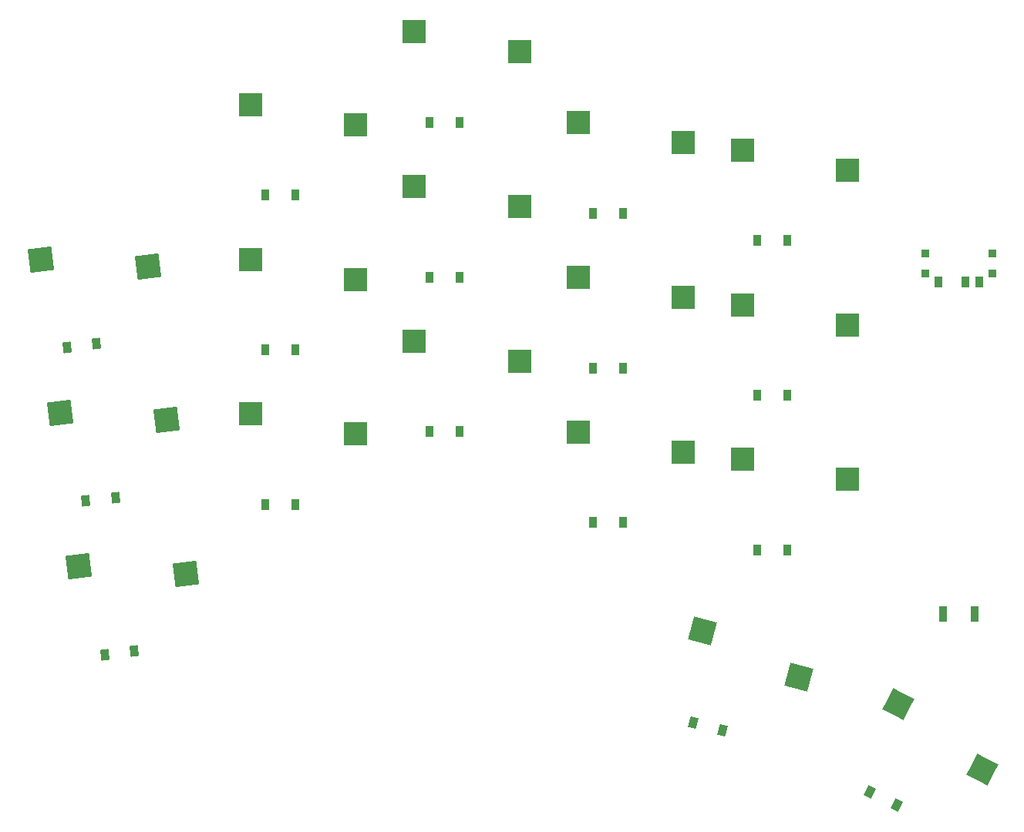
<source format=gbr>
%TF.GenerationSoftware,KiCad,Pcbnew,7.0.11*%
%TF.CreationDate,2024-03-03T11:22:05+13:00*%
%TF.ProjectId,socius-choc-v1,736f6369-7573-42d6-9368-6f632d76312e,v1.0.0*%
%TF.SameCoordinates,Original*%
%TF.FileFunction,Paste,Bot*%
%TF.FilePolarity,Positive*%
%FSLAX46Y46*%
G04 Gerber Fmt 4.6, Leading zero omitted, Abs format (unit mm)*
G04 Created by KiCad (PCBNEW 7.0.11) date 2024-03-03 11:22:05*
%MOMM*%
%LPD*%
G01*
G04 APERTURE LIST*
G04 Aperture macros list*
%AMRotRect*
0 Rectangle, with rotation*
0 The origin of the aperture is its center*
0 $1 length*
0 $2 width*
0 $3 Rotation angle, in degrees counterclockwise*
0 Add horizontal line*
21,1,$1,$2,0,0,$3*%
G04 Aperture macros list end*
%ADD10R,2.600000X2.600000*%
%ADD11RotRect,2.600000X2.600000X7.000000*%
%ADD12RotRect,2.600000X2.600000X345.000000*%
%ADD13RotRect,2.600000X2.600000X333.000000*%
%ADD14RotRect,0.900000X1.200000X7.000000*%
%ADD15R,0.900000X1.200000*%
%ADD16RotRect,0.900000X1.200000X345.000000*%
%ADD17RotRect,0.900000X1.200000X333.000000*%
%ADD18R,0.900000X0.900000*%
%ADD19R,0.900000X1.250000*%
%ADD20R,0.900000X1.700000*%
G04 APERTURE END LIST*
D10*
%TO.C,S14*%
X230886190Y-131559898D03*
X242436190Y-133759898D03*
%TD*%
D11*
%TO.C,S1*%
X158040731Y-160336402D03*
X169772751Y-161112413D03*
%TD*%
%TO.C,S2*%
X155968956Y-143463116D03*
X167700976Y-144239127D03*
%TD*%
%TO.C,S3*%
X153897178Y-126589834D03*
X165629198Y-127365845D03*
%TD*%
D10*
%TO.C,S4*%
X176886196Y-143559899D03*
X188436196Y-145759899D03*
%TD*%
%TO.C,S5*%
X176886198Y-126559899D03*
X188436198Y-128759899D03*
%TD*%
%TO.C,S6*%
X176886202Y-109559899D03*
X188436202Y-111759899D03*
%TD*%
%TO.C,S7*%
X194886198Y-135559898D03*
X206436198Y-137759898D03*
%TD*%
%TO.C,S8*%
X194886195Y-118559895D03*
X206436195Y-120759895D03*
%TD*%
%TO.C,S9*%
X194886196Y-101559897D03*
X206436196Y-103759897D03*
%TD*%
%TO.C,S10*%
X212886199Y-145559903D03*
X224436199Y-147759903D03*
%TD*%
%TO.C,S11*%
X212886199Y-128559900D03*
X224436199Y-130759900D03*
%TD*%
%TO.C,S12*%
X212886192Y-111559901D03*
X224436192Y-113759901D03*
%TD*%
%TO.C,S13*%
X230886196Y-148559900D03*
X242436196Y-150759900D03*
%TD*%
%TO.C,S15*%
X230886201Y-114559898D03*
X242436201Y-116759898D03*
%TD*%
D12*
%TO.C,S16*%
X226537762Y-167415010D03*
X237124804Y-172529407D03*
%TD*%
D13*
%TO.C,S17*%
X247987102Y-175478314D03*
X257279448Y-182682119D03*
%TD*%
D14*
%TO.C,D1*%
X164141623Y-169612035D03*
X160866221Y-170014203D03*
%TD*%
%TO.C,D2*%
X162069841Y-152738752D03*
X158794439Y-153140920D03*
%TD*%
%TO.C,D3*%
X159998069Y-135865466D03*
X156722667Y-136267634D03*
%TD*%
D15*
%TO.C,D4*%
X181811196Y-153509899D03*
X178511196Y-153509899D03*
%TD*%
%TO.C,D5*%
X181811195Y-136509900D03*
X178511195Y-136509900D03*
%TD*%
%TO.C,D6*%
X181811194Y-119509898D03*
X178511194Y-119509898D03*
%TD*%
%TO.C,D7*%
X199811197Y-145509899D03*
X196511197Y-145509899D03*
%TD*%
%TO.C,D8*%
X199811199Y-128509898D03*
X196511199Y-128509898D03*
%TD*%
%TO.C,D9*%
X199811198Y-111509900D03*
X196511198Y-111509900D03*
%TD*%
%TO.C,D10*%
X217811192Y-155509899D03*
X214511192Y-155509899D03*
%TD*%
%TO.C,D11*%
X217811196Y-138509903D03*
X214511196Y-138509903D03*
%TD*%
%TO.C,D12*%
X217811197Y-121509905D03*
X214511197Y-121509905D03*
%TD*%
%TO.C,D13*%
X235811195Y-158509898D03*
X232511195Y-158509898D03*
%TD*%
%TO.C,D14*%
X235811199Y-141509905D03*
X232511199Y-141509905D03*
%TD*%
%TO.C,D15*%
X235811195Y-124509901D03*
X232511195Y-124509901D03*
%TD*%
D16*
%TO.C,D16*%
X228719697Y-178300651D03*
X225532141Y-177446549D03*
%TD*%
D17*
%TO.C,D17*%
X247858104Y-186579731D03*
X244917782Y-185081563D03*
%TD*%
D18*
%TO.C,T1*%
X258361195Y-125909901D03*
X258361195Y-128109901D03*
X250961195Y-128109901D03*
X250961195Y-125909901D03*
D19*
X252411195Y-129084901D03*
X255411195Y-129084901D03*
X256911195Y-129084901D03*
%TD*%
D20*
%TO.C,*%
X256361199Y-165509899D03*
X252961199Y-165509899D03*
%TD*%
M02*

</source>
